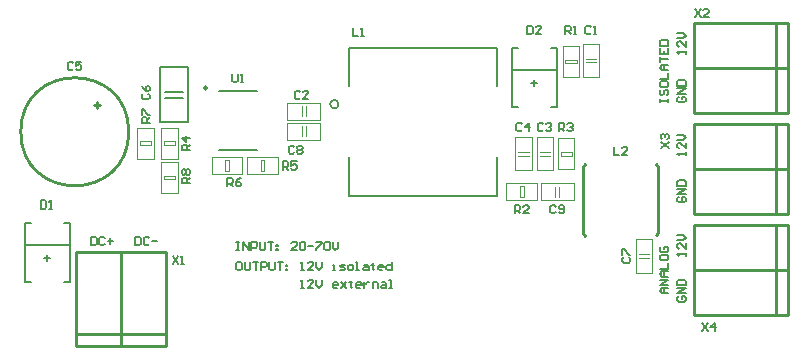
<source format=gto>
G04*
G04 #@! TF.GenerationSoftware,Altium Limited,Altium Designer,22.10.1 (41)*
G04*
G04 Layer_Color=65535*
%FSLAX25Y25*%
%MOIN*%
G70*
G04*
G04 #@! TF.SameCoordinates,BC4E6C30-124F-40EF-9140-6EFEC33DBF5C*
G04*
G04*
G04 #@! TF.FilePolarity,Positive*
G04*
G01*
G75*
%ADD10C,0.01000*%
%ADD11C,0.00500*%
%ADD12C,0.00984*%
%ADD13C,0.00394*%
%ADD14C,0.00787*%
%ADD15C,0.00709*%
D10*
X42803Y71917D02*
G03*
X42803Y71917I-18000J0D01*
G01*
X32303Y79917D02*
Y81917D01*
X31303Y80917D02*
X33303D01*
X218504Y37402D02*
X218504D01*
X219291Y38189D01*
Y60039D01*
Y60335D01*
X218406Y61221D02*
X219291Y60335D01*
X194095Y38091D02*
X194980Y37205D01*
X194095Y38091D02*
Y38386D01*
Y60236D01*
X194882Y61024D01*
X194882D01*
X231102Y108327D02*
X246850D01*
X262598D01*
X231102Y78327D02*
X246850D01*
X262598D01*
X246850Y93327D02*
X262205D01*
X231102D02*
X246850D01*
X258661Y78366D02*
Y108287D01*
X231102Y78327D02*
Y108327D01*
X262598Y78327D02*
Y108327D01*
X55354Y16248D02*
Y31996D01*
Y500D02*
Y16248D01*
X25354D02*
Y31996D01*
Y500D02*
Y16248D01*
X40354Y894D02*
Y16248D01*
Y31996D01*
X25394Y4437D02*
X55315D01*
X25354Y31996D02*
X55354D01*
X25354Y500D02*
X55354D01*
X262598Y10984D02*
Y40984D01*
X231102Y10984D02*
Y40984D01*
X258661Y11024D02*
Y40945D01*
X231102Y25984D02*
X246850D01*
X262205D01*
X246850Y10984D02*
X262598D01*
X231102D02*
X246850D01*
Y40984D02*
X262598D01*
X231102D02*
X246850D01*
X262598Y44449D02*
Y74449D01*
X231102Y44449D02*
Y74449D01*
X258661Y44488D02*
Y74410D01*
X231102Y59449D02*
X246850D01*
X262205D01*
X246850Y44449D02*
X262598D01*
X231102D02*
X246850D01*
Y74449D02*
X262598D01*
X231102D02*
X246850D01*
D11*
X112711Y81102D02*
G03*
X112711Y81102I-1392J0D01*
G01*
D12*
X68898Y86535D02*
G03*
X68898Y86535I-492J0D01*
G01*
D13*
X186783Y63967D02*
X190483D01*
Y65167D01*
X186783D02*
X190483D01*
X186783Y63967D02*
Y65167D01*
X185827Y59449D02*
Y69685D01*
X191339D01*
Y59449D02*
Y69685D01*
X185827Y59449D02*
X191339D01*
X178740Y59055D02*
X184252D01*
Y70079D01*
X178740D02*
X184252D01*
X178740Y59055D02*
Y70079D01*
X179796Y65167D02*
X183196D01*
X179796Y63967D02*
X183196D01*
X171653Y59055D02*
X177165D01*
Y70079D01*
X171653D02*
X177165D01*
X171653Y59055D02*
Y70079D01*
X172709Y65167D02*
X176109D01*
X172709Y63967D02*
X176109D01*
X212867Y29912D02*
X216267D01*
X212867Y31112D02*
X216267D01*
X211811Y25000D02*
Y36024D01*
X217323D01*
Y25000D02*
Y36024D01*
X211811Y25000D02*
X217323D01*
X187402Y90158D02*
X192913D01*
Y100394D01*
X187402D02*
X192913D01*
X187402Y90158D02*
Y100394D01*
X188357Y94676D02*
Y95876D01*
X192058D01*
Y94676D02*
Y95876D01*
X188357Y94676D02*
X192058D01*
X92520Y57874D02*
Y63386D01*
X82284D02*
X92520D01*
X82284Y57874D02*
Y63386D01*
Y57874D02*
X92520D01*
X86802Y58830D02*
X88002D01*
X86802D02*
Y62530D01*
X88002D01*
Y58830D02*
Y62530D01*
X178937Y49213D02*
Y54724D01*
X168701D02*
X178937D01*
X168701Y49213D02*
Y54724D01*
Y49213D02*
X178937D01*
X173219Y50169D02*
X174419D01*
X173219D02*
Y53869D01*
X174419D01*
Y50169D02*
Y53869D01*
X100581Y77040D02*
Y80440D01*
X101781Y77040D02*
Y80440D01*
X95669Y81496D02*
X106693D01*
Y75984D02*
Y81496D01*
X95669Y75984D02*
X106693D01*
X95669D02*
Y81496D01*
X101781Y70347D02*
Y73747D01*
X100581Y70347D02*
Y73747D01*
X95669Y69291D02*
X106693D01*
X95669D02*
Y74803D01*
X106693D01*
Y69291D02*
Y74803D01*
X70473Y57874D02*
Y63386D01*
Y57874D02*
X80709D01*
Y63386D01*
X70473D02*
X80709D01*
X74991Y62430D02*
X76191D01*
Y58730D02*
Y62430D01*
X74991Y58730D02*
X76191D01*
X74991D02*
Y62430D01*
X53543Y51575D02*
X59055D01*
Y61811D01*
X53543D02*
X59055D01*
X53543Y51575D02*
Y61811D01*
X54499Y56093D02*
Y57293D01*
X58199D01*
Y56093D02*
Y57293D01*
X54499Y56093D02*
X58199D01*
X53543Y62992D02*
X59055D01*
Y73228D01*
X53543D02*
X59055D01*
X53543Y62992D02*
Y73228D01*
X54499Y67510D02*
Y68710D01*
X58199D01*
Y67510D02*
Y68710D01*
X54499Y67510D02*
X58199D01*
X45669Y62992D02*
X51181D01*
Y73228D01*
X45669D02*
X51181D01*
X45669Y62992D02*
Y73228D01*
X46625Y67510D02*
Y68710D01*
X50325D01*
Y67510D02*
Y68710D01*
X46625Y67510D02*
X50325D01*
X195150Y95069D02*
X198550D01*
X195150Y96269D02*
X198550D01*
X194095Y90158D02*
Y101181D01*
X199606D01*
Y90158D02*
Y101181D01*
X194095Y90158D02*
X199606D01*
X185030Y50269D02*
Y53668D01*
X186230Y50269D02*
Y53668D01*
X180118Y54724D02*
X191142D01*
Y49213D02*
Y54724D01*
X180118Y49213D02*
X191142D01*
X180118D02*
Y54724D01*
D14*
X116240Y87008D02*
Y99803D01*
Y50591D02*
Y63386D01*
Y50591D02*
X165453D01*
Y63386D01*
Y87008D02*
Y99803D01*
X116240D02*
X165453D01*
X170473Y80118D02*
Y99803D01*
X185433Y80118D02*
Y99803D01*
X183465Y80118D02*
X185433D01*
X177795Y87047D02*
Y89016D01*
X176811Y88032D02*
X178779D01*
X170473Y80118D02*
X172441D01*
X170473Y99803D02*
X172441D01*
X183465D02*
X185433D01*
X170473Y92520D02*
X185433D01*
X72835Y65748D02*
X85433D01*
X72835Y85433D02*
X85433D01*
X53347Y75098D02*
X62402D01*
X53347Y93405D02*
X62402D01*
Y75098D02*
Y93405D01*
X53347Y75098D02*
Y93405D01*
X54874Y83252D02*
X60874D01*
X54874Y85252D02*
X60874D01*
X8268Y34252D02*
X23228D01*
X21260Y41535D02*
X23228D01*
X8268D02*
X10236D01*
X8268Y21850D02*
X10236D01*
X14606Y29764D02*
X16575D01*
X15590Y28780D02*
Y30748D01*
X21260Y21850D02*
X23228D01*
Y41535D01*
X8268Y21850D02*
Y41535D01*
D15*
X100217Y19872D02*
X101136D01*
X100677D01*
Y22627D01*
X100217Y22168D01*
X104350Y19872D02*
X102513D01*
X104350Y21709D01*
Y22168D01*
X103891Y22627D01*
X102972D01*
X102513Y22168D01*
X105268Y22627D02*
Y20790D01*
X106186Y19872D01*
X107105Y20790D01*
Y22627D01*
X112156Y19872D02*
X111237D01*
X110778Y20331D01*
Y21249D01*
X111237Y21709D01*
X112156D01*
X112615Y21249D01*
Y20790D01*
X110778D01*
X113533Y21709D02*
X115370Y19872D01*
X114452Y20790D01*
X115370Y21709D01*
X113533Y19872D01*
X116747Y22168D02*
Y21709D01*
X116288D01*
X117207D01*
X116747D01*
Y20331D01*
X117207Y19872D01*
X119962D02*
X119043D01*
X118584Y20331D01*
Y21249D01*
X119043Y21709D01*
X119962D01*
X120421Y21249D01*
Y20790D01*
X118584D01*
X121339Y21709D02*
Y19872D01*
Y20790D01*
X121798Y21249D01*
X122257Y21709D01*
X122717D01*
X124094Y19872D02*
Y21709D01*
X125472D01*
X125931Y21249D01*
Y19872D01*
X127308Y21709D02*
X128227D01*
X128686Y21249D01*
Y19872D01*
X127308D01*
X126849Y20331D01*
X127308Y20790D01*
X128686D01*
X129604Y19872D02*
X130523D01*
X130063D01*
Y22627D01*
X129604D01*
X80014Y28532D02*
X79096D01*
X78636Y28073D01*
Y26237D01*
X79096Y25777D01*
X80014D01*
X80473Y26237D01*
Y28073D01*
X80014Y28532D01*
X81391D02*
Y26237D01*
X81850Y25777D01*
X82769D01*
X83228Y26237D01*
Y28532D01*
X84146D02*
X85983D01*
X85065D01*
Y25777D01*
X86901D02*
Y28532D01*
X88279D01*
X88738Y28073D01*
Y27155D01*
X88279Y26696D01*
X86901D01*
X89656Y28532D02*
Y26237D01*
X90116Y25777D01*
X91034D01*
X91493Y26237D01*
Y28532D01*
X92411D02*
X94248D01*
X93330D01*
Y25777D01*
X95166Y27614D02*
X95626D01*
Y27155D01*
X95166D01*
Y27614D01*
Y26237D02*
X95626D01*
Y25777D01*
X95166D01*
Y26237D01*
X100217Y25777D02*
X101136D01*
X100677D01*
Y28532D01*
X100217Y28073D01*
X104350Y25777D02*
X102513D01*
X104350Y27614D01*
Y28073D01*
X103891Y28532D01*
X102972D01*
X102513Y28073D01*
X105268Y28532D02*
Y26696D01*
X106186Y25777D01*
X107105Y26696D01*
Y28532D01*
X110778Y25777D02*
X111697D01*
X111237D01*
Y27614D01*
X110778D01*
X113074Y25777D02*
X114452D01*
X114911Y26237D01*
X114452Y26696D01*
X113533D01*
X113074Y27155D01*
X113533Y27614D01*
X114911D01*
X116288Y25777D02*
X117207D01*
X117666Y26237D01*
Y27155D01*
X117207Y27614D01*
X116288D01*
X115829Y27155D01*
Y26237D01*
X116288Y25777D01*
X118584D02*
X119502D01*
X119043D01*
Y28532D01*
X118584D01*
X121339Y27614D02*
X122257D01*
X122717Y27155D01*
Y25777D01*
X121339D01*
X120880Y26237D01*
X121339Y26696D01*
X122717D01*
X124094Y28073D02*
Y27614D01*
X123635D01*
X124553D01*
X124094D01*
Y26237D01*
X124553Y25777D01*
X127308D02*
X126390D01*
X125931Y26237D01*
Y27155D01*
X126390Y27614D01*
X127308D01*
X127768Y27155D01*
Y26696D01*
X125931D01*
X130523Y28532D02*
Y25777D01*
X129145D01*
X128686Y26237D01*
Y27155D01*
X129145Y27614D01*
X130523D01*
X78637Y35160D02*
X79555D01*
X79096D01*
Y32405D01*
X78637D01*
X79555D01*
X80933D02*
Y35160D01*
X82770Y32405D01*
Y35160D01*
X83688Y32405D02*
Y35160D01*
X85065D01*
X85525Y34700D01*
Y33782D01*
X85065Y33323D01*
X83688D01*
X86443Y35160D02*
Y32864D01*
X86902Y32405D01*
X87821D01*
X88280Y32864D01*
Y35160D01*
X89198D02*
X91035D01*
X90116D01*
Y32405D01*
X91953Y34241D02*
X92412D01*
Y33782D01*
X91953D01*
Y34241D01*
Y32864D02*
X92412D01*
Y32405D01*
X91953D01*
Y32864D01*
X98840Y32405D02*
X97004D01*
X98840Y34241D01*
Y34700D01*
X98381Y35160D01*
X97463D01*
X97004Y34700D01*
X99759D02*
X100218Y35160D01*
X101136D01*
X101596Y34700D01*
Y32864D01*
X101136Y32405D01*
X100218D01*
X99759Y32864D01*
Y34700D01*
X102514Y33782D02*
X104351D01*
X105269Y35160D02*
X107106D01*
Y34700D01*
X105269Y32864D01*
Y32405D01*
X108024Y34700D02*
X108483Y35160D01*
X109401D01*
X109861Y34700D01*
Y32864D01*
X109401Y32405D01*
X108483D01*
X108024Y32864D01*
Y34700D01*
X110779Y35160D02*
Y33323D01*
X111697Y32405D01*
X112616Y33323D01*
Y35160D01*
X222520Y18032D02*
X220683D01*
X219765Y18950D01*
X220683Y19868D01*
X222520D01*
X221142D01*
Y18032D01*
X222520Y20786D02*
X219765D01*
X222520Y22623D01*
X219765D01*
X222520Y23541D02*
X220683D01*
X219765Y24460D01*
X220683Y25378D01*
X222520D01*
X221142D01*
Y23541D01*
X219765Y26297D02*
X222520D01*
Y28133D01*
X219765Y30429D02*
Y29511D01*
X220224Y29052D01*
X222060D01*
X222520Y29511D01*
Y30429D01*
X222060Y30888D01*
X220224D01*
X219765Y30429D01*
X220224Y33643D02*
X219765Y33184D01*
Y32266D01*
X220224Y31807D01*
X222060D01*
X222520Y32266D01*
Y33184D01*
X222060Y33643D01*
X221142D01*
Y32725D01*
X219765Y81811D02*
Y82729D01*
Y82270D01*
X222520D01*
Y81811D01*
Y82729D01*
X220224Y85944D02*
X219765Y85484D01*
Y84566D01*
X220224Y84107D01*
X220683D01*
X221142Y84566D01*
Y85484D01*
X221601Y85944D01*
X222060D01*
X222520Y85484D01*
Y84566D01*
X222060Y84107D01*
X219765Y88239D02*
Y87321D01*
X220224Y86862D01*
X222060D01*
X222520Y87321D01*
Y88239D01*
X222060Y88699D01*
X220224D01*
X219765Y88239D01*
Y89617D02*
X222520D01*
Y91454D01*
Y92372D02*
X220683D01*
X219765Y93290D01*
X220683Y94209D01*
X222520D01*
X221142D01*
Y92372D01*
X219765Y95127D02*
Y96964D01*
Y96045D01*
X222520D01*
X219765Y99719D02*
Y97882D01*
X222520D01*
Y99719D01*
X221142Y97882D02*
Y98800D01*
X219765Y100637D02*
X222520D01*
Y102015D01*
X222060Y102474D01*
X220224D01*
X219765Y102015D01*
Y100637D01*
X226129Y50183D02*
X225670Y49724D01*
Y48806D01*
X226129Y48346D01*
X227966D01*
X228425Y48806D01*
Y49724D01*
X227966Y50183D01*
X227048D01*
Y49265D01*
X228425Y51101D02*
X225670D01*
X228425Y52938D01*
X225670D01*
Y53856D02*
X228425D01*
Y55234D01*
X227966Y55693D01*
X226129D01*
X225670Y55234D01*
Y53856D01*
X228425Y30630D02*
Y31548D01*
Y31089D01*
X225670D01*
X226129Y30630D01*
X228425Y34762D02*
Y32926D01*
X226589Y34762D01*
X226129D01*
X225670Y34303D01*
Y33385D01*
X226129Y32926D01*
X225670Y35681D02*
X227507D01*
X228425Y36599D01*
X227507Y37517D01*
X225670D01*
X226129Y83648D02*
X225670Y83188D01*
Y82270D01*
X226129Y81811D01*
X227966D01*
X228425Y82270D01*
Y83188D01*
X227966Y83648D01*
X227048D01*
Y82729D01*
X228425Y84566D02*
X225670D01*
X228425Y86403D01*
X225670D01*
Y87321D02*
X228425D01*
Y88699D01*
X227966Y89158D01*
X226129D01*
X225670Y88699D01*
Y87321D01*
X228425Y97953D02*
Y98871D01*
Y98412D01*
X225670D01*
X226129Y97953D01*
X228425Y102085D02*
Y100249D01*
X226589Y102085D01*
X226129D01*
X225670Y101626D01*
Y100708D01*
X226129Y100249D01*
X225670Y103004D02*
X227507D01*
X228425Y103922D01*
X227507Y104840D01*
X225670D01*
X226129Y17112D02*
X225670Y16653D01*
Y15735D01*
X226129Y15276D01*
X227966D01*
X228425Y15735D01*
Y16653D01*
X227966Y17112D01*
X227048D01*
Y16194D01*
X228425Y18031D02*
X225670D01*
X228425Y19867D01*
X225670D01*
Y20786D02*
X228425D01*
Y22163D01*
X227966Y22622D01*
X226129D01*
X225670Y22163D01*
Y20786D01*
X228425Y64095D02*
Y65013D01*
Y64554D01*
X225670D01*
X226129Y64095D01*
X228425Y68227D02*
Y66390D01*
X226589Y68227D01*
X226129D01*
X225670Y67768D01*
Y66849D01*
X226129Y66390D01*
X225670Y69145D02*
X227507D01*
X228425Y70064D01*
X227507Y70982D01*
X225670D01*
X45000Y36928D02*
Y34173D01*
X46378D01*
X46837Y34632D01*
Y36469D01*
X46378Y36928D01*
X45000D01*
X49592Y36469D02*
X49132Y36928D01*
X48214D01*
X47755Y36469D01*
Y34632D01*
X48214Y34173D01*
X49132D01*
X49592Y34632D01*
X50510Y35551D02*
X52347D01*
X30236Y36928D02*
Y34173D01*
X31614D01*
X32073Y34632D01*
Y36469D01*
X31614Y36928D01*
X30236D01*
X34828Y36469D02*
X34369Y36928D01*
X33450D01*
X32991Y36469D01*
Y34632D01*
X33450Y34173D01*
X34369D01*
X34828Y34632D01*
X35746Y35551D02*
X37583D01*
X36665Y36469D02*
Y34632D01*
X233925Y8267D02*
X235761Y5512D01*
Y8267D02*
X233925Y5512D01*
X238057D02*
Y8267D01*
X236680Y6890D01*
X238516D01*
X204397Y66830D02*
Y64075D01*
X206234D01*
X208989D02*
X207152D01*
X208989Y65912D01*
Y66371D01*
X208530Y66830D01*
X207611D01*
X207152Y66371D01*
X207743Y30053D02*
X207284Y29594D01*
Y28675D01*
X207743Y28216D01*
X209580D01*
X210039Y28675D01*
Y29594D01*
X209580Y30053D01*
X207284Y30971D02*
Y32808D01*
X207743D01*
X209580Y30971D01*
X210039D01*
X220079Y66602D02*
X222834Y68439D01*
X220079D02*
X222834Y66602D01*
X220538Y69357D02*
X220079Y69816D01*
Y70734D01*
X220538Y71193D01*
X220998D01*
X221457Y70734D01*
Y70275D01*
Y70734D01*
X221916Y71193D01*
X222375D01*
X222834Y70734D01*
Y69816D01*
X222375Y69357D01*
X231562Y112795D02*
X233399Y110040D01*
Y112795D02*
X231562Y110040D01*
X236154D02*
X234317D01*
X236154Y111876D01*
Y112336D01*
X235695Y112795D01*
X234777D01*
X234317Y112336D01*
X57415Y30511D02*
X59252Y27756D01*
Y30511D02*
X57415Y27756D01*
X60170D02*
X61089D01*
X60629D01*
Y30511D01*
X60170Y30052D01*
X77297Y91141D02*
Y88845D01*
X77756Y88386D01*
X78675D01*
X79134Y88845D01*
Y91141D01*
X80052Y88386D02*
X80971D01*
X80511D01*
Y91141D01*
X80052Y90682D01*
X63188Y54791D02*
X60434D01*
Y56168D01*
X60893Y56627D01*
X61811D01*
X62270Y56168D01*
Y54791D01*
Y55709D02*
X63188Y56627D01*
X60893Y57546D02*
X60434Y58005D01*
Y58923D01*
X60893Y59382D01*
X61352D01*
X61811Y58923D01*
X62270Y59382D01*
X62729D01*
X63188Y58923D01*
Y58005D01*
X62729Y57546D01*
X62270D01*
X61811Y58005D01*
X61352Y57546D01*
X60893D01*
X61811Y58005D02*
Y58923D01*
X75657Y53741D02*
Y56496D01*
X77034D01*
X77494Y56037D01*
Y55118D01*
X77034Y54659D01*
X75657D01*
X76575D02*
X77494Y53741D01*
X80249Y56496D02*
X79330Y56037D01*
X78412Y55118D01*
Y54200D01*
X78871Y53741D01*
X79789D01*
X80249Y54200D01*
Y54659D01*
X79789Y55118D01*
X78412D01*
X49803Y74870D02*
X47048D01*
Y76247D01*
X47507Y76706D01*
X48425D01*
X48884Y76247D01*
Y74870D01*
Y75788D02*
X49803Y76706D01*
X47048Y77624D02*
Y79461D01*
X47507D01*
X49343Y77624D01*
X49803D01*
X94161Y59252D02*
Y62007D01*
X95538D01*
X95998Y61548D01*
Y60630D01*
X95538Y60171D01*
X94161D01*
X95079D02*
X95998Y59252D01*
X98752Y62007D02*
X96916D01*
Y60630D01*
X97834Y61089D01*
X98293D01*
X98752Y60630D01*
Y59712D01*
X98293Y59252D01*
X97375D01*
X96916Y59712D01*
X63188Y65814D02*
X60434D01*
Y67192D01*
X60893Y67651D01*
X61811D01*
X62270Y67192D01*
Y65814D01*
Y66733D02*
X63188Y67651D01*
Y69947D02*
X60434D01*
X61811Y68569D01*
Y70406D01*
X186188Y72048D02*
Y74803D01*
X187566D01*
X188025Y74344D01*
Y73425D01*
X187566Y72966D01*
X186188D01*
X187107D02*
X188025Y72048D01*
X188943Y74344D02*
X189403Y74803D01*
X190321D01*
X190780Y74344D01*
Y73884D01*
X190321Y73425D01*
X189862D01*
X190321D01*
X190780Y72966D01*
Y72507D01*
X190321Y72048D01*
X189403D01*
X188943Y72507D01*
X171523Y44686D02*
Y47440D01*
X172901D01*
X173360Y46981D01*
Y46063D01*
X172901Y45604D01*
X171523D01*
X172441D02*
X173360Y44686D01*
X176115D02*
X174278D01*
X176115Y46522D01*
Y46981D01*
X175656Y47440D01*
X174737D01*
X174278Y46981D01*
X188321Y104528D02*
Y107283D01*
X189698D01*
X190157Y106824D01*
Y105905D01*
X189698Y105446D01*
X188321D01*
X189239D02*
X190157Y104528D01*
X191076D02*
X191994D01*
X191535D01*
Y107283D01*
X191076Y106824D01*
X117455Y106496D02*
Y103741D01*
X119291D01*
X120210D02*
X121128D01*
X120669D01*
Y106496D01*
X120210Y106036D01*
X175657Y107283D02*
Y104528D01*
X177034D01*
X177494Y104987D01*
Y106824D01*
X177034Y107283D01*
X175657D01*
X180249Y104528D02*
X178412D01*
X180249Y106365D01*
Y106824D01*
X179789Y107283D01*
X178871D01*
X178412Y106824D01*
X13518Y49015D02*
Y46260D01*
X14895D01*
X15354Y46720D01*
Y48556D01*
X14895Y49015D01*
X13518D01*
X16273Y46260D02*
X17191D01*
X16732D01*
Y49015D01*
X16273Y48556D01*
X185171Y46981D02*
X184712Y47440D01*
X183793D01*
X183334Y46981D01*
Y45145D01*
X183793Y44686D01*
X184712D01*
X185171Y45145D01*
X186089D02*
X186548Y44686D01*
X187467D01*
X187926Y45145D01*
Y46981D01*
X187467Y47440D01*
X186548D01*
X186089Y46981D01*
Y46522D01*
X186548Y46063D01*
X187926D01*
X97966Y66863D02*
X97507Y67322D01*
X96588D01*
X96129Y66863D01*
Y65026D01*
X96588Y64567D01*
X97507D01*
X97966Y65026D01*
X98884Y66863D02*
X99344Y67322D01*
X100262D01*
X100721Y66863D01*
Y66404D01*
X100262Y65945D01*
X100721Y65486D01*
Y65026D01*
X100262Y64567D01*
X99344D01*
X98884Y65026D01*
Y65486D01*
X99344Y65945D01*
X98884Y66404D01*
Y66863D01*
X99344Y65945D02*
X100262D01*
X99935Y85170D02*
X99475Y85629D01*
X98557D01*
X98098Y85170D01*
Y83334D01*
X98557Y82875D01*
X99475D01*
X99935Y83334D01*
X102690Y82875D02*
X100853D01*
X102690Y84711D01*
Y85170D01*
X102230Y85629D01*
X101312D01*
X100853Y85170D01*
X47507Y84580D02*
X47048Y84121D01*
Y83203D01*
X47507Y82744D01*
X49343D01*
X49803Y83203D01*
Y84121D01*
X49343Y84580D01*
X47048Y87335D02*
X47507Y86417D01*
X48425Y85498D01*
X49343D01*
X49803Y85958D01*
Y86876D01*
X49343Y87335D01*
X48884D01*
X48425Y86876D01*
Y85498D01*
X24246Y94816D02*
X23786Y95275D01*
X22868D01*
X22409Y94816D01*
Y92979D01*
X22868Y92520D01*
X23786D01*
X24246Y92979D01*
X27001Y95275D02*
X25164D01*
Y93898D01*
X26082Y94357D01*
X26541D01*
X27001Y93898D01*
Y92979D01*
X26541Y92520D01*
X25623D01*
X25164Y92979D01*
X173852Y74344D02*
X173393Y74803D01*
X172474D01*
X172015Y74344D01*
Y72507D01*
X172474Y72048D01*
X173393D01*
X173852Y72507D01*
X176148Y72048D02*
Y74803D01*
X174770Y73425D01*
X176607D01*
X180938Y74344D02*
X180479Y74803D01*
X179561D01*
X179102Y74344D01*
Y72507D01*
X179561Y72048D01*
X180479D01*
X180938Y72507D01*
X181857Y74344D02*
X182316Y74803D01*
X183234D01*
X183694Y74344D01*
Y73884D01*
X183234Y73425D01*
X182775D01*
X183234D01*
X183694Y72966D01*
Y72507D01*
X183234Y72048D01*
X182316D01*
X181857Y72507D01*
X196850Y106824D02*
X196391Y107283D01*
X195473D01*
X195014Y106824D01*
Y104987D01*
X195473Y104528D01*
X196391D01*
X196850Y104987D01*
X197769Y104528D02*
X198687D01*
X198228D01*
Y107283D01*
X197769Y106824D01*
M02*

</source>
